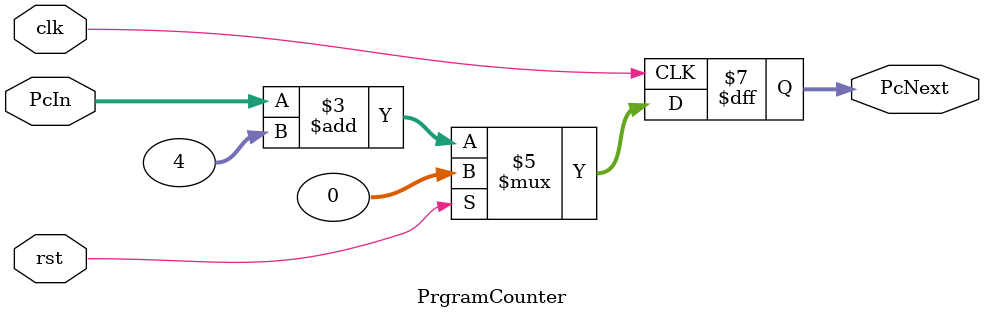
<source format=v>
module PrgramCounter(clk, rst, PcIn, PcNext);

	input clk, rst;
	input [31:0] PcIn;
	
	output reg [31:0] PcNext;
	
	always @(posedge clk) 
      begin
		if (rst == 1) 
		    PcNext = 0;
		else 
		    PcNext = PcIn + 4; 
	end
endmodule

</source>
